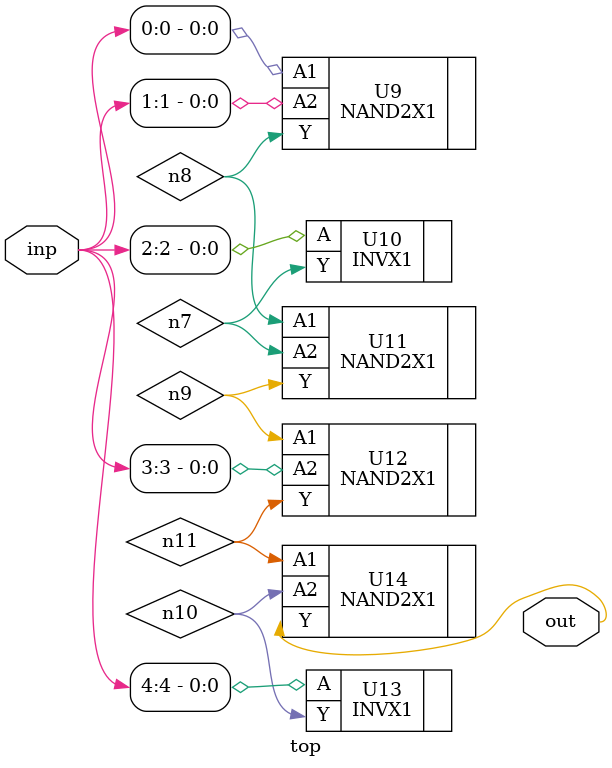
<source format=sv>


module top ( inp, out );
  input [4:0] inp;
  output out;
  wire   n7, n8, n9, n10, n11;

  NAND2X1 U9 ( .A1(inp[0]), .A2(inp[1]), .Y(n8) );
  INVX1 U10 ( .A(inp[2]), .Y(n7) );
  NAND2X1 U11 ( .A1(n8), .A2(n7), .Y(n9) );
  NAND2X1 U12 ( .A1(n9), .A2(inp[3]), .Y(n11) );
  INVX1 U13 ( .A(inp[4]), .Y(n10) );
  NAND2X1 U14 ( .A1(n11), .A2(n10), .Y(out) );
endmodule


</source>
